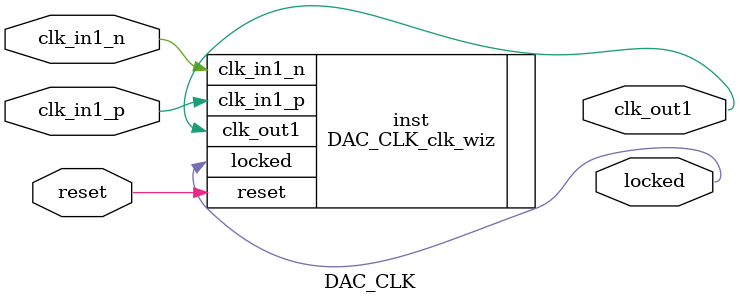
<source format=v>


`timescale 1ps/1ps

(* CORE_GENERATION_INFO = "DAC_CLK,clk_wiz_v6_0_4_0_0,{component_name=DAC_CLK,use_phase_alignment=true,use_min_o_jitter=false,use_max_i_jitter=false,use_dyn_phase_shift=false,use_inclk_switchover=false,use_dyn_reconfig=false,enable_axi=0,feedback_source=FDBK_AUTO,PRIMITIVE=MMCM,num_out_clk=1,clkin1_period=10.000,clkin2_period=10.000,use_power_down=false,use_reset=true,use_locked=true,use_inclk_stopped=false,feedback_type=SINGLE,CLOCK_MGR_TYPE=NA,manual_override=false}" *)

module DAC_CLK 
 (
  // Clock out ports
  output        clk_out1,
  // Status and control signals
  input         reset,
  output        locked,
 // Clock in ports
  input         clk_in1_p,
  input         clk_in1_n
 );

  DAC_CLK_clk_wiz inst
  (
  // Clock out ports  
  .clk_out1(clk_out1),
  // Status and control signals               
  .reset(reset), 
  .locked(locked),
 // Clock in ports
  .clk_in1_p(clk_in1_p),
  .clk_in1_n(clk_in1_n)
  );

endmodule

</source>
